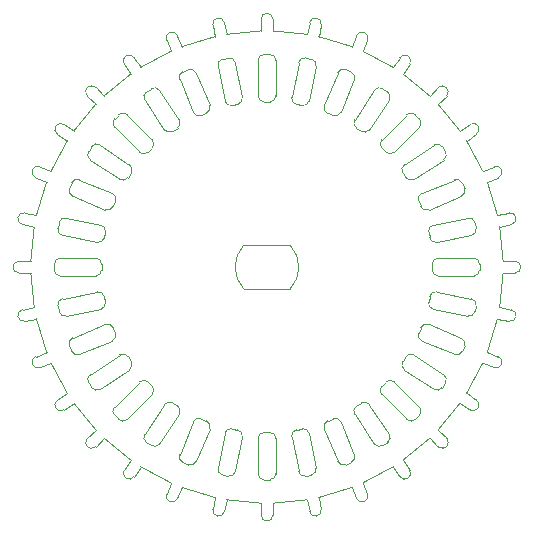
<source format=gko>
G04 #@! TF.GenerationSoftware,KiCad,Pcbnew,6.0.0-d3dd2cf0fa~116~ubuntu21.10.1*
G04 #@! TF.CreationDate,2022-02-12T15:32:37+00:00*
G04 #@! TF.ProjectId,indexingWheel,696e6465-7869-46e6-9757-6865656c2e6b,rev?*
G04 #@! TF.SameCoordinates,Original*
G04 #@! TF.FileFunction,Profile,NP*
%FSLAX46Y46*%
G04 Gerber Fmt 4.6, Leading zero omitted, Abs format (unit mm)*
G04 Created by KiCad (PCBNEW 6.0.0-d3dd2cf0fa~116~ubuntu21.10.1) date 2022-02-12 15:32:37*
%MOMM*%
%LPD*%
G01*
G04 APERTURE LIST*
G04 #@! TA.AperFunction,Profile*
%ADD10C,0.050000*%
G04 #@! TD*
G04 APERTURE END LIST*
D10*
X149826858Y-116405081D02*
G75*
G03*
X150413858Y-116012081I97001J489999D01*
G01*
X171092858Y-98452081D02*
G75*
G03*
X170592858Y-97952081I-500001J-1D01*
G01*
X159749858Y-81976081D02*
X160211858Y-82168081D01*
X143369858Y-109485081D02*
X141248858Y-111607081D01*
X147503858Y-111541081D02*
G75*
G03*
X146850855Y-111812089I-191000J-462000D01*
G01*
X145903858Y-80039081D02*
X145518858Y-79109081D01*
X160211858Y-115236080D02*
G75*
G03*
X160482858Y-114583081I-190999J461999D01*
G01*
X139312858Y-101188081D02*
X139410858Y-101678081D01*
X170402858Y-96024081D02*
G75*
G03*
X170796858Y-95436081I-97000J491000D01*
G01*
X138125858Y-107801081D02*
X140619858Y-106134081D01*
X142400858Y-115604081D02*
G75*
G03*
X144979867Y-116982558I10691956J16901920D01*
G01*
X162815858Y-108778081D02*
G75*
G03*
X162814864Y-109485087I353002J-354000D01*
G01*
X136746858Y-87178081D02*
X135909858Y-86619081D01*
X133580858Y-94311081D02*
X132593858Y-94115081D01*
X162884858Y-83597081D02*
X163300858Y-83874081D01*
X155770858Y-116012081D02*
X155185858Y-113070081D01*
X140187858Y-110546081D02*
G75*
G03*
X140187858Y-111254081I353999J-354000D01*
G01*
X172604858Y-103093081D02*
X173591858Y-103289081D01*
X160482858Y-82821081D02*
X159334858Y-85593081D01*
X169438858Y-87178081D02*
G75*
G03*
X167583652Y-84917627I-16346078J-11524066D01*
G01*
X166201858Y-92460081D02*
X168973858Y-91312081D01*
X138601858Y-84918081D02*
X137889858Y-84206081D01*
X172799858Y-102112081D02*
X173786858Y-102309081D01*
X152342858Y-116202081D02*
X152342858Y-113202081D01*
X155578858Y-112482080D02*
G75*
G03*
X155186860Y-113070090I98001J-490001D01*
G01*
X153592858Y-118696081D02*
G75*
G03*
X156503119Y-118409444I-500014J19994142D01*
G01*
X165565858Y-106134081D02*
X168059858Y-107801081D01*
X139312859Y-101188081D02*
G75*
G03*
X138724849Y-100796083I-490001J-98001D01*
G01*
X143369858Y-88626081D02*
G75*
G03*
X143370852Y-87919075I-353002J354000D01*
G01*
X142400858Y-115604081D02*
X141841858Y-116441081D01*
X164732858Y-90023081D02*
X167226858Y-88356081D01*
X140253858Y-93113081D02*
X140062858Y-93575081D01*
X153842858Y-113202081D02*
G75*
G03*
X153342858Y-112702081I-500001J-1D01*
G01*
X170592858Y-99452081D02*
G75*
G03*
X171092858Y-98952081I-1J500001D01*
G01*
X166122859Y-93575081D02*
G75*
G03*
X166775866Y-93846078I461999J190999D01*
G01*
X163168858Y-88979081D02*
G75*
G03*
X163875864Y-88980075I354000J353002D01*
G01*
X138592858Y-99452081D02*
X135592858Y-99452081D01*
X163784858Y-81800081D02*
X164343858Y-80963081D01*
X138596858Y-83499081D02*
G75*
G03*
X137890858Y-84207081I-353000J-354000D01*
G01*
X162884858Y-83597081D02*
G75*
G03*
X162192858Y-83735081I-277000J-414999D01*
G01*
X153592858Y-118696081D02*
X153592858Y-119702081D01*
X145106858Y-110204081D02*
G75*
G03*
X144413853Y-110341088I-278000J-415001D01*
G01*
X140062857Y-103829081D02*
G75*
G03*
X139409850Y-103558084I-461999J-190999D01*
G01*
X156656858Y-112777081D02*
X157242858Y-115719081D01*
X171372858Y-90589081D02*
X172302858Y-90204081D01*
X156849858Y-116307081D02*
X156358858Y-116405081D01*
X162815858Y-87919081D02*
X164936858Y-85797081D01*
X165175858Y-81519081D02*
G75*
G03*
X164343858Y-80963081I-416000J278000D01*
G01*
X166775858Y-103558081D02*
X169547858Y-104706081D01*
X170402858Y-96024081D02*
X167460858Y-96609081D01*
X139409858Y-93846082D02*
G75*
G03*
X140062858Y-93575081I191000J462000D01*
G01*
X149682858Y-118409081D02*
G75*
G03*
X152593063Y-118695684I3410012J19707108D01*
G01*
X165931858Y-104291081D02*
X166122858Y-103829081D01*
X167460858Y-100795081D02*
X170402858Y-101380081D01*
X149335858Y-81097081D02*
X149826858Y-80999081D01*
X132398858Y-102309081D02*
G75*
G03*
X132594858Y-103289081I98000J-490000D01*
G01*
X138724858Y-96609081D02*
X135782858Y-96024081D01*
X135487858Y-102459081D02*
X135389858Y-101968081D01*
X164616858Y-115048081D02*
X165175858Y-115885081D01*
X164616858Y-82356081D02*
X165175858Y-81519081D01*
X147965858Y-85672081D02*
X147503858Y-85863081D01*
X150999858Y-113070081D02*
G75*
G03*
X150606858Y-112481081I-491000J98000D01*
G01*
X141568858Y-82356081D02*
X141009858Y-81519081D01*
X170795858Y-101968081D02*
G75*
G03*
X170402858Y-101381081I-489999J97001D01*
G01*
X138958858Y-88356081D02*
X141452858Y-90023081D01*
X169547858Y-92698080D02*
G75*
G03*
X169818858Y-92045081I-190999J461999D01*
G01*
X152592858Y-78708081D02*
X152592858Y-77702081D01*
X167588858Y-113905081D02*
G75*
G03*
X168294858Y-113197081I353000J354000D01*
G01*
X169438858Y-110226081D02*
X170275858Y-110785081D01*
X160211858Y-115236081D02*
X159749858Y-115428081D01*
X138601858Y-84918081D02*
G75*
G03*
X136746720Y-87178561I14490921J-13783936D01*
G01*
X161771858Y-110342081D02*
G75*
G03*
X161079858Y-110204081I-415000J-276999D01*
G01*
X139308858Y-84211081D02*
X138596858Y-83499081D01*
X163875858Y-108425081D02*
G75*
G03*
X163169858Y-108425081I-353000J-353001D01*
G01*
X171755858Y-91513081D02*
X172685858Y-91128081D01*
X155185858Y-84334081D02*
X155770858Y-81392081D01*
X146435858Y-115428082D02*
G75*
G03*
X147088858Y-115157081I191000J462000D01*
G01*
X150414858Y-81392081D02*
G75*
G03*
X149826858Y-80998081I-491000J-97000D01*
G01*
X167167858Y-95138081D02*
X170109858Y-94552081D01*
X164594858Y-106688081D02*
G75*
G03*
X164731865Y-107381086I415001J-278000D01*
G01*
X163168858Y-88979081D02*
X162815858Y-88626081D01*
X152592858Y-78708081D02*
G75*
G03*
X149682597Y-78994718I500014J-19994142D01*
G01*
X132092858Y-98202081D02*
G75*
G03*
X132092858Y-99202081I0J-500000D01*
G01*
X161205858Y-116982081D02*
G75*
G03*
X163784798Y-115603607I-8113035J18280063D01*
G01*
X144979858Y-116982081D02*
X144594858Y-117912081D01*
X135782858Y-101380081D02*
G75*
G03*
X135388858Y-101968081I97000J-491000D01*
G01*
X149485858Y-78008081D02*
G75*
G03*
X148505858Y-78204081I-490000J-98000D01*
G01*
X171372858Y-106815081D02*
X172302858Y-107200081D01*
X164616858Y-115048081D02*
G75*
G03*
X166877312Y-113192875I-11524066J16346078D01*
G01*
X133499858Y-106276081D02*
G75*
G03*
X133883858Y-107200081I192000J-462000D01*
G01*
X167460858Y-100795081D02*
G75*
G03*
X166871858Y-101188081I-98000J-491000D01*
G01*
X169818858Y-105359081D02*
X169626858Y-105821081D01*
X149335858Y-81097082D02*
G75*
G03*
X148943858Y-81685081I97999J-489999D01*
G01*
X159334858Y-111811081D02*
X160482858Y-114583081D01*
X162815858Y-87919081D02*
G75*
G03*
X162815858Y-88625081I353001J-353000D01*
G01*
X166774858Y-101678081D02*
X166872858Y-101188081D01*
X145522858Y-86923081D02*
G75*
G03*
X145660853Y-86229074I-278000J416000D01*
G01*
X170275858Y-110785081D02*
G75*
G03*
X170831858Y-109953081I278000J416000D01*
G01*
X140253858Y-93113081D02*
G75*
G03*
X139982850Y-92460078I-462000J191000D01*
G01*
X135389858Y-95436081D02*
X135487858Y-94945081D01*
X167592858Y-97952081D02*
X170592858Y-97952081D01*
X134812858Y-106815081D02*
X133882858Y-107200081D01*
X166775858Y-103558080D02*
G75*
G03*
X166122858Y-103829081I-191000J-462000D01*
G01*
X163784858Y-81800081D02*
G75*
G03*
X161205849Y-80421604I-10691956J-16901920D01*
G01*
X153842858Y-81202081D02*
G75*
G03*
X153342858Y-80702081I-500001J-1D01*
G01*
X170109858Y-102852081D02*
X167167858Y-102266081D01*
X146850858Y-85593081D02*
X145702858Y-82821081D01*
X135909858Y-86619081D02*
G75*
G03*
X135353858Y-87451081I-278000J-416000D01*
G01*
X137211858Y-91312081D02*
X139983858Y-92460081D01*
X152342858Y-84202081D02*
G75*
G03*
X152842858Y-84702081I500001J1D01*
G01*
X136190858Y-88010081D02*
G75*
G03*
X134812381Y-90589090I16901920J-10691956D01*
G01*
X153342858Y-116702081D02*
G75*
G03*
X153842858Y-116202081I-1J500001D01*
G01*
X167920858Y-88494081D02*
G75*
G03*
X167226858Y-88356081I-416000J-278000D01*
G01*
X139983858Y-104944081D02*
X137211858Y-106092081D01*
X164936858Y-111607081D02*
G75*
G03*
X165644858Y-111607081I354000J353999D01*
G01*
X159096859Y-115157081D02*
G75*
G03*
X159749858Y-115428081I461999J190999D01*
G01*
X133385858Y-95292081D02*
G75*
G03*
X133099255Y-98202286I19707108J-3410012D01*
G01*
X157948857Y-85019081D02*
G75*
G03*
X158219858Y-85672081I462000J-191000D01*
G01*
X166876858Y-84211081D02*
G75*
G03*
X164616378Y-82355943I-13783936J-14490921D01*
G01*
X136637858Y-104706081D02*
X139409858Y-103558081D01*
X152842858Y-80702081D02*
X153342858Y-80702081D01*
X138125858Y-107801081D02*
G75*
G03*
X137986858Y-108494081I277000J-416000D01*
G01*
X155185858Y-84334081D02*
G75*
G03*
X155578858Y-84923081I491000J-98000D01*
G01*
X172685858Y-91128081D02*
G75*
G03*
X172301858Y-90204081I-192000J462000D01*
G01*
X166872857Y-96216081D02*
G75*
G03*
X167460867Y-96608079I490001J98001D01*
G01*
X156502858Y-78995081D02*
G75*
G03*
X153592653Y-78708478I-3410012J-19707108D01*
G01*
X156068858Y-85020081D02*
G75*
G03*
X156657860Y-84627072I98001J490998D01*
G01*
X162815858Y-108778081D02*
X163168858Y-108425081D01*
X173086858Y-98202081D02*
G75*
G03*
X172800221Y-95291820I-19994142J-500014D01*
G01*
X141248858Y-85797081D02*
G75*
G03*
X140540858Y-85797081I-354000J-353999D01*
G01*
X157679858Y-78203081D02*
G75*
G03*
X156699858Y-78009081I-490000J97000D01*
G01*
X133580858Y-103093081D02*
G75*
G03*
X134429744Y-105891462I19512129J4391039D01*
G01*
X169626857Y-91583081D02*
G75*
G03*
X168973858Y-91312081I-461999J-190999D01*
G01*
X168059858Y-89603081D02*
X165565858Y-91270081D01*
X144594858Y-117912081D02*
G75*
G03*
X145518858Y-118294081I462000J-191000D01*
G01*
X169994858Y-88010081D02*
X170831858Y-87451081D01*
X157483858Y-79190081D02*
X157679858Y-78203081D01*
X142884858Y-83874081D02*
X143300858Y-83597081D01*
X171755858Y-105891081D02*
X172685858Y-106276081D01*
X151125858Y-96852081D02*
G75*
G03*
X151126226Y-100552472I1967001J-1850000D01*
G01*
X136558859Y-105821081D02*
G75*
G03*
X137211858Y-106092081I461999J190999D01*
G01*
X148236859Y-112385081D02*
G75*
G03*
X147965858Y-111732081I-462000J191000D01*
G01*
X134812858Y-90589081D02*
X133882858Y-90204081D01*
X144413858Y-87062081D02*
G75*
G03*
X145105858Y-87200081I415000J276999D01*
G01*
X157483858Y-118214081D02*
G75*
G03*
X160282239Y-117365195I-4391039J19512129D01*
G01*
X139017858Y-102266080D02*
G75*
G03*
X139409858Y-101678081I-97999J489999D01*
G01*
X148942858Y-115719081D02*
X149528858Y-112777081D01*
X168197858Y-108494081D02*
X167920858Y-108910081D01*
X133385858Y-102112081D02*
X132398858Y-102309081D01*
X166774858Y-101678081D02*
G75*
G03*
X167167867Y-102267083I490998J-98001D01*
G01*
X136190858Y-109394081D02*
X135353858Y-109953081D01*
X143300858Y-113807081D02*
G75*
G03*
X143992858Y-113669081I277000J414999D01*
G01*
X163875858Y-108425081D02*
X165997858Y-110546081D01*
X149528858Y-84627081D02*
X148942858Y-81685081D01*
X163300858Y-113530081D02*
X162884858Y-113807081D01*
X167092858Y-98952081D02*
G75*
G03*
X167592867Y-99452081I500000J0D01*
G01*
X149682858Y-78995081D02*
X149485858Y-78008081D01*
X133882858Y-90204081D02*
G75*
G03*
X133500858Y-91128081I-191000J-462000D01*
G01*
X141568858Y-115048081D02*
X141009858Y-115885081D01*
X165643858Y-85797081D02*
G75*
G03*
X164936858Y-85798081I-353000J-354002D01*
G01*
X139092858Y-98452081D02*
G75*
G03*
X138592849Y-97952081I-500000J0D01*
G01*
X171092858Y-98452081D02*
X171092858Y-98952081D01*
X158681858Y-85863081D02*
X158219858Y-85672081D01*
X151125858Y-100552081D02*
X155059858Y-100552081D01*
X167092858Y-98952081D02*
X167092858Y-98452081D01*
X142309858Y-88979081D02*
X140187858Y-86858081D01*
X167583858Y-112486081D02*
G75*
G03*
X169438996Y-110225601I-14490921J13783936D01*
G01*
X145702858Y-114583081D02*
X146850858Y-111811081D01*
X169438858Y-87178081D02*
X170275858Y-86619081D01*
X160662858Y-110481081D02*
X161078858Y-110204081D01*
X153592858Y-77702081D02*
G75*
G03*
X152592858Y-77702081I-500000J0D01*
G01*
X151125858Y-96852081D02*
X155059858Y-96852081D01*
X141452858Y-107381081D02*
G75*
G03*
X141590858Y-106689081I-276999J415000D01*
G01*
X147965858Y-85672080D02*
G75*
G03*
X148236855Y-85019073I-190999J461999D01*
G01*
X168295858Y-84206081D02*
G75*
G03*
X167587858Y-83500081I-354000J353000D01*
G01*
X169994858Y-109394081D02*
X170831858Y-109953081D01*
X152342858Y-116202081D02*
G75*
G03*
X152842858Y-116702081I500001J1D01*
G01*
X141313858Y-106272081D02*
X141590858Y-106688081D01*
X167167858Y-95138082D02*
G75*
G03*
X166775858Y-95726081I97999J-489999D01*
G01*
X153842858Y-113202081D02*
X153842858Y-116202081D01*
X140187858Y-86151081D02*
X140541858Y-85797081D01*
X140541858Y-111607081D02*
X140187858Y-111253081D01*
X160281858Y-80039081D02*
G75*
G03*
X157483498Y-79190249I-7188986J-18662944D01*
G01*
X143369858Y-88626081D02*
X143016858Y-88979081D01*
X149528859Y-84627081D02*
G75*
G03*
X150116858Y-85019081I489999J97999D01*
G01*
X139308858Y-113193081D02*
G75*
G03*
X141569338Y-115048219I13783936J14490921D01*
G01*
X141313858Y-106272081D02*
G75*
G03*
X140619851Y-106134086I-416000J-278000D01*
G01*
X170795858Y-101968081D02*
X170697858Y-102459081D01*
X143300858Y-113807081D02*
X142884858Y-113530081D01*
X152842858Y-80702081D02*
G75*
G03*
X152342858Y-81202081I1J-500001D01*
G01*
X173086858Y-98202081D02*
X174092858Y-98202081D01*
X145973858Y-82168081D02*
X146435858Y-81976081D01*
X136746858Y-110226081D02*
G75*
G03*
X138602064Y-112486535I16346078J11524066D01*
G01*
X160281858Y-117365081D02*
X160666858Y-118295081D01*
X162191858Y-113669081D02*
X160524858Y-111175081D01*
X165997858Y-111253081D02*
G75*
G03*
X165996858Y-110546081I-354002J353000D01*
G01*
X161205858Y-80422081D02*
X161590858Y-79492081D01*
X136366857Y-92045081D02*
G75*
G03*
X136637858Y-92698081I462000J-191000D01*
G01*
X140541858Y-111607081D02*
G75*
G03*
X141248858Y-111606081I353000J354002D01*
G01*
X160662858Y-110481081D02*
G75*
G03*
X160524863Y-111175088I278000J-416000D01*
G01*
X137211858Y-91312080D02*
G75*
G03*
X136558858Y-91583081I-191000J-462000D01*
G01*
X164343858Y-116441081D02*
G75*
G03*
X165175858Y-115885081I416000J278000D01*
G01*
X165997858Y-111253081D02*
X165643858Y-111607081D01*
X139308858Y-113193081D02*
X138596858Y-113905081D01*
X138601858Y-112486081D02*
X137889858Y-113198081D01*
X165565858Y-106134081D02*
G75*
G03*
X164871858Y-106272081I-278000J-416000D01*
G01*
X136746858Y-110226081D02*
X135909858Y-110785081D01*
X152592858Y-119702081D02*
G75*
G03*
X153592858Y-119702081I500000J0D01*
G01*
X152842858Y-112702081D02*
G75*
G03*
X152342858Y-113202090I0J-500000D01*
G01*
X160524858Y-86229081D02*
G75*
G03*
X160662858Y-86923081I416000J-278000D01*
G01*
X157483858Y-118214081D02*
X157679858Y-119201081D01*
X161078858Y-87200081D02*
G75*
G03*
X161771863Y-87063074I278000J415001D01*
G01*
X135092858Y-98952081D02*
G75*
G03*
X135592858Y-99452081I500001J1D01*
G01*
X170697858Y-94945081D02*
X170795858Y-95436081D01*
X136190858Y-88010081D02*
X135353858Y-87451081D01*
X167226858Y-109048081D02*
X164732858Y-107381081D01*
X156502858Y-78995081D02*
X156699858Y-78008081D01*
X169547858Y-92698081D02*
X166775858Y-93846081D01*
X136558858Y-105821081D02*
X136366858Y-105359081D01*
X150414858Y-81392081D02*
X150999858Y-84334081D01*
X133098858Y-99202081D02*
X132092858Y-99202081D01*
X143016858Y-108425081D02*
X143369858Y-108778081D01*
X139410858Y-95726081D02*
X139312858Y-96216081D01*
X170109858Y-102852081D02*
G75*
G03*
X170698858Y-102459081I98000J491000D01*
G01*
X135487859Y-102459081D02*
G75*
G03*
X136075858Y-102851081I489999J97999D01*
G01*
X166876858Y-113193081D02*
X167588858Y-113905081D01*
X164732858Y-90023081D02*
G75*
G03*
X164594858Y-90715081I276999J-415000D01*
G01*
X144979858Y-80422081D02*
X144594858Y-79492081D01*
X147503858Y-111541081D02*
X147965858Y-111732081D01*
X136366858Y-92045081D02*
X136558858Y-91583081D01*
X141452858Y-107381081D02*
X138958858Y-109048081D01*
X162191858Y-113669081D02*
G75*
G03*
X162884858Y-113808081I416000J277000D01*
G01*
X167583858Y-112486081D02*
X168295858Y-113198081D01*
X168973858Y-106092081D02*
X166201858Y-104944081D01*
X155578858Y-112482081D02*
X156068858Y-112384081D01*
X158219858Y-111732082D02*
G75*
G03*
X157948861Y-112385089I190999J-461999D01*
G01*
X145973858Y-82168082D02*
G75*
G03*
X145702858Y-82821081I190999J-461999D01*
G01*
X140187858Y-110546081D02*
X142309858Y-108425081D01*
X171372858Y-90589081D02*
G75*
G03*
X169994384Y-88010141I-18280063J-8113035D01*
G01*
X133098858Y-99202081D02*
G75*
G03*
X133385495Y-102112342I19994142J500014D01*
G01*
X168973858Y-106092082D02*
G75*
G03*
X169626858Y-105821081I191000J462000D01*
G01*
X147088857Y-82247081D02*
G75*
G03*
X146435858Y-81976081I-461999J-190999D01*
G01*
X135353858Y-109953081D02*
G75*
G03*
X135909858Y-110785081I278000J-416000D01*
G01*
X166872858Y-96216081D02*
X166774858Y-95726081D01*
X134429858Y-91513081D02*
X133499858Y-91128081D01*
X149826858Y-116405081D02*
X149335858Y-116307081D01*
X148505858Y-119201081D02*
G75*
G03*
X149485858Y-119395081I490000J-97000D01*
G01*
X161771858Y-110342081D02*
X163438858Y-112836081D01*
X164871858Y-91132081D02*
G75*
G03*
X165565865Y-91270076I416000J278000D01*
G01*
X161590858Y-79492081D02*
G75*
G03*
X160666858Y-79110081I-462000J191000D01*
G01*
X146850858Y-85593081D02*
G75*
G03*
X147504858Y-85863081I462000J191999D01*
G01*
X172799858Y-102112081D02*
G75*
G03*
X173086461Y-99201876I-19707108J3410012D01*
G01*
X148942858Y-115719081D02*
G75*
G03*
X149335858Y-116308081I491000J-98000D01*
G01*
X135592858Y-97952081D02*
X138592858Y-97952081D01*
X168059858Y-89603081D02*
G75*
G03*
X168198858Y-88910081I-277000J416000D01*
G01*
X165643858Y-85797081D02*
X165997858Y-86151081D01*
X172799858Y-95292081D02*
X173786858Y-95095081D01*
X132593858Y-94115081D02*
G75*
G03*
X132399858Y-95095081I-97000J-490000D01*
G01*
X136075858Y-94552081D02*
X139017858Y-95138081D01*
X174092858Y-99202081D02*
G75*
G03*
X174092858Y-98202081I0J500000D01*
G01*
X158219858Y-111732081D02*
X158681858Y-111541081D01*
X135782858Y-101380081D02*
X138724858Y-100795081D01*
X157242858Y-81685081D02*
X156656858Y-84627081D01*
X139409858Y-93846081D02*
X136637858Y-92698081D01*
X136637858Y-104706082D02*
G75*
G03*
X136366858Y-105359081I190999J-461999D01*
G01*
X157242858Y-81685081D02*
G75*
G03*
X156849858Y-81096081I-491000J98000D01*
G01*
X161205858Y-116982081D02*
X161590858Y-117912081D01*
X165997858Y-86858081D02*
G75*
G03*
X165997858Y-86150081I-353999J354000D01*
G01*
X165997858Y-86858081D02*
X163875858Y-88979081D01*
X137889858Y-113198081D02*
G75*
G03*
X138597858Y-113904081I354000J-353000D01*
G01*
X160666858Y-118295081D02*
G75*
G03*
X161590858Y-117911081I462000J192000D01*
G01*
X144979858Y-80422081D02*
G75*
G03*
X142400918Y-81800555I8113035J-18280063D01*
G01*
X159749858Y-81976080D02*
G75*
G03*
X159096858Y-82247081I-191000J-462000D01*
G01*
X159096858Y-115157081D02*
X157948858Y-112385081D01*
X141841858Y-80963081D02*
G75*
G03*
X141009858Y-81519081I-416000J-278000D01*
G01*
X143016858Y-108425081D02*
G75*
G03*
X142309852Y-108424087I-354000J-353002D01*
G01*
X156068858Y-85020081D02*
X155578858Y-84922081D01*
X137987858Y-88910081D02*
X138264858Y-88494081D01*
X145522858Y-86923081D02*
X145106858Y-87200081D01*
X145903858Y-117365081D02*
G75*
G03*
X148702218Y-118213913I7188986J18662944D01*
G01*
X173591858Y-103289081D02*
G75*
G03*
X173785858Y-102309081I97000J490000D01*
G01*
X155059858Y-100552081D02*
G75*
G03*
X155059490Y-96851690I-1967001J1850000D01*
G01*
X160524858Y-86229081D02*
X162191858Y-83735081D01*
X145660858Y-111175081D02*
X143993858Y-113669081D01*
X170697857Y-94945081D02*
G75*
G03*
X170109858Y-94553081I-489999J-97999D01*
G01*
X153592858Y-78708081D02*
X153592858Y-77702081D01*
X167226858Y-109048081D02*
G75*
G03*
X167920858Y-108910081I278000J416000D01*
G01*
X163438858Y-84568081D02*
G75*
G03*
X163300858Y-83874081I-416000J278000D01*
G01*
X169626858Y-91583081D02*
X169818858Y-92045081D01*
X145106858Y-110204081D02*
X145522858Y-110481081D01*
X148236858Y-112385081D02*
X147088858Y-115157081D01*
X135592858Y-97952081D02*
G75*
G03*
X135092858Y-98452081I1J-500001D01*
G01*
X140619858Y-91270081D02*
G75*
G03*
X141313858Y-91132081I278000J416000D01*
G01*
X143993858Y-83735081D02*
G75*
G03*
X143300858Y-83596081I-416000J-277000D01*
G01*
X166876858Y-84211081D02*
X167588858Y-83499081D01*
X146435858Y-115428081D02*
X145973858Y-115236081D01*
X165931858Y-104291081D02*
G75*
G03*
X166202866Y-104944084I462000J-191000D01*
G01*
X164594858Y-106688081D02*
X164871858Y-106272081D01*
X150116858Y-112384081D02*
G75*
G03*
X149527856Y-112777090I-98001J-490998D01*
G01*
X152342858Y-84202081D02*
X152342858Y-81202081D01*
X169818859Y-105359081D02*
G75*
G03*
X169547858Y-104706081I-462000J191000D01*
G01*
X149682858Y-118409081D02*
X149485858Y-119396081D01*
X145702857Y-114583081D02*
G75*
G03*
X145973858Y-115236081I462000J-191000D01*
G01*
X156358858Y-80999081D02*
X156849858Y-81097081D01*
X134812858Y-106815081D02*
G75*
G03*
X136191332Y-109394021I18280063J8113035D01*
G01*
X147088858Y-82247081D02*
X148236858Y-85019081D01*
X167592858Y-97952081D02*
G75*
G03*
X167092858Y-98452081I1J-500001D01*
G01*
X135389858Y-95436081D02*
G75*
G03*
X135782858Y-96023081I489999J-97001D01*
G01*
X141568858Y-82356081D02*
G75*
G03*
X139308404Y-84211287I11524066J-16346078D01*
G01*
X135092858Y-98952081D02*
X135092858Y-98452081D01*
X156849858Y-116307080D02*
G75*
G03*
X157241858Y-115719081I-97999J489999D01*
G01*
X141590858Y-90716081D02*
G75*
G03*
X141453851Y-90023076I-415001J278000D01*
G01*
X140062858Y-103829081D02*
X140253858Y-104291081D01*
X145903858Y-117365081D02*
X145518858Y-118295081D01*
X157948858Y-85019081D02*
X159096858Y-82247081D01*
X160281858Y-80039081D02*
X160666858Y-79109081D01*
X170592858Y-99452081D02*
X167592858Y-99452081D01*
X141009858Y-115885081D02*
G75*
G03*
X141841858Y-116441081I416000J-278000D01*
G01*
X138958858Y-88356081D02*
G75*
G03*
X138264858Y-88494081I-278000J-416000D01*
G01*
X136075858Y-94552081D02*
G75*
G03*
X135486858Y-94945081I-98000J-491000D01*
G01*
X133385858Y-95292081D02*
X132398858Y-95095081D01*
X143369858Y-109485081D02*
G75*
G03*
X143369858Y-108779081I-353001J353000D01*
G01*
X170831858Y-87451081D02*
G75*
G03*
X170275858Y-86619081I-278000J416000D01*
G01*
X164936858Y-111607081D02*
X162815858Y-109485081D01*
X150606858Y-84922081D02*
X150116858Y-85020081D01*
X172604858Y-94311081D02*
X173591858Y-94115081D01*
X156656857Y-112777081D02*
G75*
G03*
X156068858Y-112385081I-489999J-97999D01*
G01*
X167920858Y-88494081D02*
X168197858Y-88910081D01*
X148701858Y-79190081D02*
X148505858Y-78203081D01*
X133098858Y-98202081D02*
X132092858Y-98202081D01*
X158681858Y-85863081D02*
G75*
G03*
X159334861Y-85592073I191000J462000D01*
G01*
X160482859Y-82821081D02*
G75*
G03*
X160211858Y-82168081I-462000J191000D01*
G01*
X139017858Y-102266081D02*
X136075858Y-102852081D01*
X138264858Y-108910081D02*
G75*
G03*
X138958858Y-109048081I416000J278000D01*
G01*
X168197858Y-108494081D02*
G75*
G03*
X168059858Y-107802081I-414999J277000D01*
G01*
X138724858Y-96609081D02*
G75*
G03*
X139313858Y-96216081I98000J491000D01*
G01*
X159334858Y-111811081D02*
G75*
G03*
X158680858Y-111541081I-462000J-191999D01*
G01*
X163784858Y-115604081D02*
X164343858Y-116441081D01*
X141590858Y-90716081D02*
X141313858Y-91132081D01*
X150606858Y-84922082D02*
G75*
G03*
X150998856Y-84334072I-98001J490001D01*
G01*
X156502858Y-118409081D02*
X156699858Y-119396081D01*
X142884858Y-83874081D02*
G75*
G03*
X142746858Y-84568081I278000J-416000D01*
G01*
X169994858Y-109394081D02*
G75*
G03*
X171373335Y-106815072I-16901920J10691956D01*
G01*
X142746858Y-112836081D02*
G75*
G03*
X142884858Y-113530081I416000J-278000D01*
G01*
X161078858Y-87200081D02*
X160662858Y-86923081D01*
X166201858Y-92460081D02*
G75*
G03*
X165931858Y-93114081I191999J-462000D01*
G01*
X138264858Y-108910081D02*
X137987858Y-108494081D01*
X139092858Y-98452081D02*
X139092858Y-98952081D01*
X140619858Y-91270081D02*
X138125858Y-89603081D01*
X140187858Y-86151081D02*
G75*
G03*
X140188858Y-86858081I354002J-353000D01*
G01*
X171755858Y-105891081D02*
G75*
G03*
X172604690Y-103092721I-18662944J7188986D01*
G01*
X156699858Y-119396081D02*
G75*
G03*
X157679858Y-119200081I490000J98000D01*
G01*
X139410858Y-95726081D02*
G75*
G03*
X139017849Y-95137079I-490998J98001D01*
G01*
X134429858Y-91513081D02*
G75*
G03*
X133581026Y-94311441I18662944J-7188986D01*
G01*
X148701858Y-118214081D02*
X148505858Y-119201081D01*
X167583858Y-84918081D02*
X168295858Y-84206081D01*
X145518858Y-79109081D02*
G75*
G03*
X144594858Y-79493081I-462000J-192000D01*
G01*
X142746858Y-112836081D02*
X144413858Y-110342081D01*
X153342858Y-84702081D02*
X152842858Y-84702081D01*
X152592858Y-118696081D02*
X152592858Y-119702081D01*
X173786858Y-95095081D02*
G75*
G03*
X173590858Y-94115081I-98000J490000D01*
G01*
X142309858Y-88979081D02*
G75*
G03*
X143015858Y-88979081I353000J353001D01*
G01*
X163300858Y-113530081D02*
G75*
G03*
X163438858Y-112836081I-278000J416000D01*
G01*
X164871858Y-91132081D02*
X164594858Y-90716081D01*
X137987858Y-88910081D02*
G75*
G03*
X138125858Y-89602081I414999J-277000D01*
G01*
X144413858Y-87062081D02*
X142746858Y-84568081D01*
X153842858Y-81202081D02*
X153842858Y-84202081D01*
X139983858Y-104944081D02*
G75*
G03*
X140253858Y-104290081I-191999J462000D01*
G01*
X172604858Y-94311081D02*
G75*
G03*
X171755972Y-91512700I-19512129J-4391039D01*
G01*
X150116858Y-112384081D02*
X150606858Y-112482081D01*
X133580858Y-103093081D02*
X132593858Y-103289081D01*
X148701858Y-79190081D02*
G75*
G03*
X145903477Y-80038967I4391039J-19512129D01*
G01*
X153342858Y-84702081D02*
G75*
G03*
X153842858Y-84202072I0J500000D01*
G01*
X156358858Y-80999081D02*
G75*
G03*
X155771858Y-81392081I-97001J-489999D01*
G01*
X143993858Y-83735081D02*
X145660858Y-86229081D01*
X173086858Y-99202081D02*
X174092858Y-99202081D01*
X150999858Y-113070081D02*
X150414858Y-116012081D01*
X163438858Y-84568081D02*
X161771858Y-87062081D01*
X145660858Y-111175081D02*
G75*
G03*
X145522858Y-110481081I-416000J278000D01*
G01*
X142400858Y-81800081D02*
X141841858Y-80963081D01*
X134429858Y-105891081D02*
X133499858Y-106276081D01*
X141248858Y-85797081D02*
X143369858Y-87919081D01*
X152842858Y-112702081D02*
X153342858Y-112702081D01*
X166122858Y-93575081D02*
X165931858Y-93113081D01*
X153342858Y-116702081D02*
X152842858Y-116702081D01*
X155770858Y-116012081D02*
G75*
G03*
X156358858Y-116406081I491000J97000D01*
G01*
X172302858Y-107200081D02*
G75*
G03*
X172684858Y-106276081I191000J462000D01*
G01*
X138592858Y-99452081D02*
G75*
G03*
X139092858Y-98952081I-1J500001D01*
G01*
M02*

</source>
